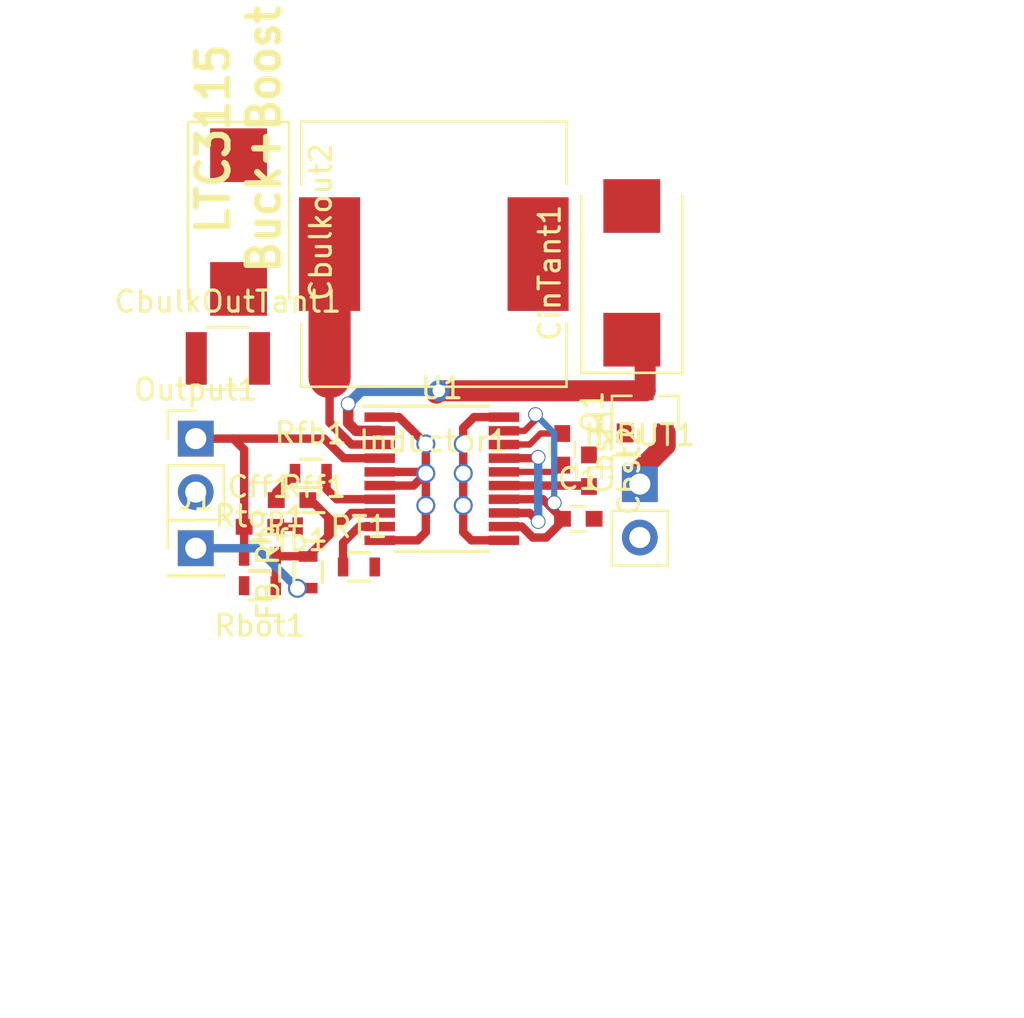
<source format=kicad_pcb>
(kicad_pcb (version 4) (host pcbnew 4.0.5)

  (general
    (links 43)
    (no_connects 15)
    (area 0 0 0 0)
    (thickness 1.6)
    (drawings 3)
    (tracks 111)
    (zones 0)
    (modules 20)
    (nets 16)
  )

  (page A4)
  (layers
    (0 F.Cu signal)
    (1 In1.Cu signal)
    (2 In2.Cu signal)
    (31 B.Cu signal)
    (32 B.Adhes user)
    (33 F.Adhes user)
    (34 B.Paste user)
    (35 F.Paste user)
    (36 B.SilkS user)
    (37 F.SilkS user)
    (38 B.Mask user)
    (39 F.Mask user)
    (40 Dwgs.User user)
    (41 Cmts.User user)
    (42 Eco1.User user)
    (43 Eco2.User user)
    (44 Edge.Cuts user)
    (45 Margin user)
    (46 B.CrtYd user)
    (47 F.CrtYd user)
    (48 B.Fab user)
    (49 F.Fab user)
  )

  (setup
    (last_trace_width 0.5)
    (user_trace_width 0.3)
    (user_trace_width 0.4)
    (user_trace_width 0.5)
    (user_trace_width 0.6)
    (user_trace_width 1)
    (user_trace_width 2)
    (trace_clearance 0.16)
    (zone_clearance 0.5)
    (zone_45_only no)
    (trace_min 0.2)
    (segment_width 0.2)
    (edge_width 0.15)
    (via_size 0.7)
    (via_drill 0.6)
    (via_min_size 0.3)
    (via_min_drill 0.3)
    (uvia_size 0.3)
    (uvia_drill 0.1)
    (uvias_allowed no)
    (uvia_min_size 0.2)
    (uvia_min_drill 0.1)
    (pcb_text_width 0.3)
    (pcb_text_size 1.5 1.5)
    (mod_edge_width 0.15)
    (mod_text_size 1 1)
    (mod_text_width 0.15)
    (pad_size 1.524 1.524)
    (pad_drill 0.762)
    (pad_to_mask_clearance 0.2)
    (aux_axis_origin 0 0)
    (visible_elements 7FFFFF9F)
    (pcbplotparams
      (layerselection 0x00030_80000001)
      (usegerberextensions false)
      (excludeedgelayer true)
      (linewidth 0.100000)
      (plotframeref false)
      (viasonmask false)
      (mode 1)
      (useauxorigin false)
      (hpglpennumber 1)
      (hpglpenspeed 20)
      (hpglpendiameter 15)
      (hpglpenoverlay 2)
      (psnegative false)
      (psa4output false)
      (plotreference true)
      (plotvalue true)
      (plotinvisibletext false)
      (padsonsilk false)
      (subtractmaskfromsilk false)
      (outputformat 1)
      (mirror false)
      (drillshape 1)
      (scaleselection 1)
      (outputdirectory ""))
  )

  (net 0 "")
  (net 1 "Net-(C1-Pad1)")
  (net 2 GND)
  (net 3 "Net-(Cbst1-Pad1)")
  (net 4 "Net-(Cbst1-Pad2)")
  (net 5 "Net-(Cbst2-Pad1)")
  (net 6 "Net-(Cbst2-Pad2)")
  (net 7 "Net-(CbulkOutTant1-Pad2)")
  (net 8 "Net-(Cfb1-Pad1)")
  (net 9 "Net-(Cfb1-Pad2)")
  (net 10 "Net-(Cff1-Pad2)")
  (net 11 /VIN)
  (net 12 "Net-(Rfb1-Pad2)")
  (net 13 "Net-(RT1-Pad1)")
  (net 14 "Net-(FB_R1-Pad1)")
  (net 15 "Net-(INPUT1-Pad1)")

  (net_class Default "This is the default net class."
    (clearance 0.16)
    (trace_width 0.4)
    (via_dia 0.7)
    (via_drill 0.6)
    (uvia_dia 0.3)
    (uvia_drill 0.1)
    (add_net /VIN)
    (add_net GND)
    (add_net "Net-(C1-Pad1)")
    (add_net "Net-(Cbst1-Pad1)")
    (add_net "Net-(Cbst1-Pad2)")
    (add_net "Net-(Cbst2-Pad1)")
    (add_net "Net-(Cbst2-Pad2)")
    (add_net "Net-(CbulkOutTant1-Pad2)")
    (add_net "Net-(Cfb1-Pad1)")
    (add_net "Net-(Cfb1-Pad2)")
    (add_net "Net-(Cff1-Pad2)")
    (add_net "Net-(FB_R1-Pad1)")
    (add_net "Net-(INPUT1-Pad1)")
    (add_net "Net-(RT1-Pad1)")
    (add_net "Net-(Rfb1-Pad2)")
  )

  (module Inductors_SMD:L_12x12mm_h4.5mm (layer F.Cu) (tedit 587CD9F6) (tstamp 59427CA7)
    (at 141.097 120.65 180)
    (descr "Choke, SMD, 12x12mm 4.5mm height")
    (tags "Choke SMD")
    (path /5942754A)
    (attr smd)
    (fp_text reference Inductor1 (at 0 -8.89 180) (layer F.SilkS)
      (effects (font (size 1 1) (thickness 0.15)))
    )
    (fp_text value 10uH (at 0 8.89 180) (layer F.Fab)
      (effects (font (size 1 1) (thickness 0.15)))
    )
    (fp_line (start 6.3 3.3) (end 6.3 6.3) (layer F.SilkS) (width 0.12))
    (fp_line (start 6.3 6.3) (end -6.3 6.3) (layer F.SilkS) (width 0.12))
    (fp_line (start -6.3 6.3) (end -6.3 3.3) (layer F.SilkS) (width 0.12))
    (fp_line (start -6.3 -3.3) (end -6.3 -6.3) (layer F.SilkS) (width 0.12))
    (fp_line (start -6.3 -6.3) (end 6.3 -6.3) (layer F.SilkS) (width 0.12))
    (fp_line (start 6.3 -6.3) (end 6.3 -3.3) (layer F.SilkS) (width 0.12))
    (fp_line (start -6.86 -6.6) (end 6.86 -6.6) (layer F.CrtYd) (width 0.05))
    (fp_line (start 6.86 -6.6) (end 6.86 6.6) (layer F.CrtYd) (width 0.05))
    (fp_line (start 6.86 6.6) (end -6.86 6.6) (layer F.CrtYd) (width 0.05))
    (fp_line (start -6.86 6.6) (end -6.86 -6.6) (layer F.CrtYd) (width 0.05))
    (fp_line (start 4.9 3.3) (end 5 3.4) (layer F.Fab) (width 0.1))
    (fp_line (start 5 3.4) (end 5.1 3.8) (layer F.Fab) (width 0.1))
    (fp_line (start 5.1 3.8) (end 5 4.3) (layer F.Fab) (width 0.1))
    (fp_line (start 5 4.3) (end 4.8 4.6) (layer F.Fab) (width 0.1))
    (fp_line (start 4.8 4.6) (end 4.5 5) (layer F.Fab) (width 0.1))
    (fp_line (start 4.5 5) (end 4 5.1) (layer F.Fab) (width 0.1))
    (fp_line (start 4 5.1) (end 3.5 5) (layer F.Fab) (width 0.1))
    (fp_line (start 3.5 5) (end 3.1 4.7) (layer F.Fab) (width 0.1))
    (fp_line (start 3.1 4.7) (end 3 4.6) (layer F.Fab) (width 0.1))
    (fp_line (start 3 4.6) (end 2.4 5) (layer F.Fab) (width 0.1))
    (fp_line (start 2.4 5) (end 1.6 5.3) (layer F.Fab) (width 0.1))
    (fp_line (start 1.6 5.3) (end 0.6 5.5) (layer F.Fab) (width 0.1))
    (fp_line (start 0.6 5.5) (end -0.6 5.5) (layer F.Fab) (width 0.1))
    (fp_line (start -0.6 5.5) (end -1.5 5.3) (layer F.Fab) (width 0.1))
    (fp_line (start -1.5 5.3) (end -2.1 5.1) (layer F.Fab) (width 0.1))
    (fp_line (start -2.1 5.1) (end -2.6 4.9) (layer F.Fab) (width 0.1))
    (fp_line (start -2.6 4.9) (end -3 4.7) (layer F.Fab) (width 0.1))
    (fp_line (start -3 4.7) (end -3.3 4.9) (layer F.Fab) (width 0.1))
    (fp_line (start -3.3 4.9) (end -3.9 5.1) (layer F.Fab) (width 0.1))
    (fp_line (start -3.9 5.1) (end -4.3 5) (layer F.Fab) (width 0.1))
    (fp_line (start -4.3 5) (end -4.6 4.8) (layer F.Fab) (width 0.1))
    (fp_line (start -4.6 4.8) (end -4.9 4.6) (layer F.Fab) (width 0.1))
    (fp_line (start -4.9 4.6) (end -5.1 4.1) (layer F.Fab) (width 0.1))
    (fp_line (start -5.1 4.1) (end -5 3.6) (layer F.Fab) (width 0.1))
    (fp_line (start -5 3.6) (end -4.8 3.2) (layer F.Fab) (width 0.1))
    (fp_line (start 4.9 -3.3) (end 5 -3.6) (layer F.Fab) (width 0.1))
    (fp_line (start 5 -3.6) (end 5.1 -4) (layer F.Fab) (width 0.1))
    (fp_line (start 5.1 -4) (end 5 -4.3) (layer F.Fab) (width 0.1))
    (fp_line (start 5 -4.3) (end 4.8 -4.7) (layer F.Fab) (width 0.1))
    (fp_line (start 4.8 -4.7) (end 4.5 -4.9) (layer F.Fab) (width 0.1))
    (fp_line (start 4.5 -4.9) (end 4.2 -5.1) (layer F.Fab) (width 0.1))
    (fp_line (start 4.2 -5.1) (end 3.9 -5.1) (layer F.Fab) (width 0.1))
    (fp_line (start 3.9 -5.1) (end 3.6 -5) (layer F.Fab) (width 0.1))
    (fp_line (start 3.6 -5) (end 3.3 -4.9) (layer F.Fab) (width 0.1))
    (fp_line (start 3.3 -4.9) (end 3 -4.6) (layer F.Fab) (width 0.1))
    (fp_line (start 3 -4.6) (end 2.6 -4.9) (layer F.Fab) (width 0.1))
    (fp_line (start 2.6 -4.9) (end 2.2 -5.1) (layer F.Fab) (width 0.1))
    (fp_line (start 2.2 -5.1) (end 1.7 -5.3) (layer F.Fab) (width 0.1))
    (fp_line (start 1.7 -5.3) (end 0.9 -5.5) (layer F.Fab) (width 0.1))
    (fp_line (start 0.9 -5.5) (end 0 -5.6) (layer F.Fab) (width 0.1))
    (fp_line (start 0 -5.6) (end -0.8 -5.5) (layer F.Fab) (width 0.1))
    (fp_line (start -0.8 -5.5) (end -1.7 -5.3) (layer F.Fab) (width 0.1))
    (fp_line (start -1.7 -5.3) (end -2.6 -4.9) (layer F.Fab) (width 0.1))
    (fp_line (start -2.6 -4.9) (end -3 -4.7) (layer F.Fab) (width 0.1))
    (fp_line (start -3 -4.7) (end -3.3 -4.9) (layer F.Fab) (width 0.1))
    (fp_line (start -3.3 -4.9) (end -3.7 -5.1) (layer F.Fab) (width 0.1))
    (fp_line (start -3.7 -5.1) (end -4.2 -5) (layer F.Fab) (width 0.1))
    (fp_line (start -4.2 -5) (end -4.6 -4.8) (layer F.Fab) (width 0.1))
    (fp_line (start -4.6 -4.8) (end -4.9 -4.5) (layer F.Fab) (width 0.1))
    (fp_line (start -4.9 -4.5) (end -5.1 -4) (layer F.Fab) (width 0.1))
    (fp_line (start -5.1 -4) (end -5 -3.5) (layer F.Fab) (width 0.1))
    (fp_line (start -5 -3.5) (end -4.8 -3.2) (layer F.Fab) (width 0.1))
    (fp_line (start -6.2 3.3) (end -6.2 6.2) (layer F.Fab) (width 0.1))
    (fp_line (start -6.2 6.2) (end 6.2 6.2) (layer F.Fab) (width 0.1))
    (fp_line (start 6.2 6.2) (end 6.2 3.3) (layer F.Fab) (width 0.1))
    (fp_line (start 6.2 -6.2) (end -6.2 -6.2) (layer F.Fab) (width 0.1))
    (fp_line (start -6.2 -6.2) (end -6.2 -3.3) (layer F.Fab) (width 0.1))
    (fp_line (start 6.2 -6.2) (end 6.2 -3.3) (layer F.Fab) (width 0.1))
    (fp_circle (center 0 0) (end 0.9 0) (layer F.Adhes) (width 0.38))
    (fp_circle (center 0 0) (end 0.55 0) (layer F.Adhes) (width 0.38))
    (fp_circle (center 0 0) (end 0.15 0.15) (layer F.Adhes) (width 0.38))
    (fp_circle (center -2.1 3) (end -1.8 3.25) (layer F.Fab) (width 0.1))
    (pad 1 smd rect (at -4.95 0 180) (size 2.9 5.4) (layers F.Cu F.Paste F.Mask)
      (net 3 "Net-(Cbst1-Pad1)"))
    (pad 2 smd rect (at 4.95 0 180) (size 2.9 5.4) (layers F.Cu F.Paste F.Mask)
      (net 5 "Net-(Cbst2-Pad1)"))
    (model Inductors_SMD.3dshapes\L_12x12mm_h4.5mm.wrl
      (at (xyz 0 0 0))
      (scale (xyz 4 4 4))
      (rotate (xyz 0 0 0))
    )
  )

  (module Housings_SSOP:TSSOP-20_4.4x6.5mm_Pitch0.65mm (layer F.Cu) (tedit 54130A77) (tstamp 59427ADA)
    (at 141.478 131.318)
    (descr "20-Lead Plastic Thin Shrink Small Outline (ST)-4.4 mm Body [TSSOP] (see Microchip Packaging Specification 00000049BS.pdf)")
    (tags "SSOP 0.65")
    (path /57BF2B04)
    (attr smd)
    (fp_text reference U1 (at 0 -4.3) (layer F.SilkS)
      (effects (font (size 1 1) (thickness 0.15)))
    )
    (fp_text value LTC3115 (at 0 4.3) (layer F.Fab)
      (effects (font (size 1 1) (thickness 0.15)))
    )
    (fp_line (start -1.2 -3.25) (end 2.2 -3.25) (layer F.Fab) (width 0.15))
    (fp_line (start 2.2 -3.25) (end 2.2 3.25) (layer F.Fab) (width 0.15))
    (fp_line (start 2.2 3.25) (end -2.2 3.25) (layer F.Fab) (width 0.15))
    (fp_line (start -2.2 3.25) (end -2.2 -2.25) (layer F.Fab) (width 0.15))
    (fp_line (start -2.2 -2.25) (end -1.2 -3.25) (layer F.Fab) (width 0.15))
    (fp_line (start -3.95 -3.55) (end -3.95 3.55) (layer F.CrtYd) (width 0.05))
    (fp_line (start 3.95 -3.55) (end 3.95 3.55) (layer F.CrtYd) (width 0.05))
    (fp_line (start -3.95 -3.55) (end 3.95 -3.55) (layer F.CrtYd) (width 0.05))
    (fp_line (start -3.95 3.55) (end 3.95 3.55) (layer F.CrtYd) (width 0.05))
    (fp_line (start -2.225 3.45) (end 2.225 3.45) (layer F.SilkS) (width 0.15))
    (fp_line (start -3.75 -3.45) (end 2.225 -3.45) (layer F.SilkS) (width 0.15))
    (pad 1 smd rect (at -2.95 -2.925) (size 1.45 0.45) (layers F.Cu F.Paste F.Mask)
      (net 2 GND))
    (pad 2 smd rect (at -2.95 -2.275) (size 1.45 0.45) (layers F.Cu F.Paste F.Mask)
      (net 11 /VIN))
    (pad 3 smd rect (at -2.95 -1.625) (size 1.45 0.45) (layers F.Cu F.Paste F.Mask)
      (net 5 "Net-(Cbst2-Pad1)"))
    (pad 4 smd rect (at -2.95 -0.975) (size 1.45 0.45) (layers F.Cu F.Paste F.Mask)
      (net 7 "Net-(CbulkOutTant1-Pad2)"))
    (pad 5 smd rect (at -2.95 -0.325) (size 1.45 0.45) (layers F.Cu F.Paste F.Mask)
      (net 2 GND))
    (pad 6 smd rect (at -2.95 0.325) (size 1.45 0.45) (layers F.Cu F.Paste F.Mask)
      (net 2 GND))
    (pad 7 smd rect (at -2.95 0.975) (size 1.45 0.45) (layers F.Cu F.Paste F.Mask)
      (net 12 "Net-(Rfb1-Pad2)"))
    (pad 8 smd rect (at -2.95 1.625) (size 1.45 0.45) (layers F.Cu F.Paste F.Mask)
      (net 8 "Net-(Cfb1-Pad1)"))
    (pad 9 smd rect (at -2.95 2.275) (size 1.45 0.45) (layers F.Cu F.Paste F.Mask)
      (net 13 "Net-(RT1-Pad1)"))
    (pad 10 smd rect (at -2.95 2.925) (size 1.45 0.45) (layers F.Cu F.Paste F.Mask)
      (net 2 GND))
    (pad 11 smd rect (at 2.95 2.925) (size 1.45 0.45) (layers F.Cu F.Paste F.Mask)
      (net 2 GND))
    (pad 12 smd rect (at 2.95 2.275) (size 1.45 0.45) (layers F.Cu F.Paste F.Mask)
      (net 1 "Net-(C1-Pad1)"))
    (pad 13 smd rect (at 2.95 1.625) (size 1.45 0.45) (layers F.Cu F.Paste F.Mask)
      (net 11 /VIN))
    (pad 14 smd rect (at 2.95 0.975) (size 1.45 0.45) (layers F.Cu F.Paste F.Mask)
      (net 1 "Net-(C1-Pad1)"))
    (pad 15 smd rect (at 2.95 0.325) (size 1.45 0.45) (layers F.Cu F.Paste F.Mask)
      (net 6 "Net-(Cbst2-Pad2)"))
    (pad 16 smd rect (at 2.95 -0.325) (size 1.45 0.45) (layers F.Cu F.Paste F.Mask)
      (net 4 "Net-(Cbst1-Pad2)"))
    (pad 17 smd rect (at 2.95 -0.975) (size 1.45 0.45) (layers F.Cu F.Paste F.Mask)
      (net 11 /VIN))
    (pad 18 smd rect (at 2.95 -1.625) (size 1.45 0.45) (layers F.Cu F.Paste F.Mask)
      (net 3 "Net-(Cbst1-Pad1)"))
    (pad 19 smd rect (at 2.95 -2.275) (size 1.45 0.45) (layers F.Cu F.Paste F.Mask)
      (net 1 "Net-(C1-Pad1)"))
    (pad 20 smd rect (at 2.95 -2.925) (size 1.45 0.45) (layers F.Cu F.Paste F.Mask)
      (net 2 GND))
    (model Housings_SSOP.3dshapes/TSSOP-20_4.4x6.5mm_Pitch0.65mm.wrl
      (at (xyz 0 0 0))
      (scale (xyz 1 1 1))
      (rotate (xyz 0 0 0))
    )
  )

  (module Capacitors_Tantalum_SMD:CP_Tantalum_Case-D_EIA-7343-31_Reflow (layer F.Cu) (tedit 57B6E980) (tstamp 59427A6E)
    (at 131.826 119.126 270)
    (descr "Tantalum capacitor, Case D, EIA 7343-31, 7.3x4.3x2.8mm, Reflow soldering footprint")
    (tags "capacitor tantalum smd")
    (path /59428654)
    (attr smd)
    (fp_text reference Cbulkout2 (at 0 -3.9 270) (layer F.SilkS)
      (effects (font (size 1 1) (thickness 0.15)))
    )
    (fp_text value 68u (at 0 3.9 270) (layer F.Fab)
      (effects (font (size 1 1) (thickness 0.15)))
    )
    (fp_line (start -4.85 -2.5) (end -4.85 2.5) (layer F.CrtYd) (width 0.05))
    (fp_line (start -4.85 2.5) (end 4.85 2.5) (layer F.CrtYd) (width 0.05))
    (fp_line (start 4.85 2.5) (end 4.85 -2.5) (layer F.CrtYd) (width 0.05))
    (fp_line (start 4.85 -2.5) (end -4.85 -2.5) (layer F.CrtYd) (width 0.05))
    (fp_line (start -3.65 -2.15) (end -3.65 2.15) (layer F.Fab) (width 0.1))
    (fp_line (start -3.65 2.15) (end 3.65 2.15) (layer F.Fab) (width 0.1))
    (fp_line (start 3.65 2.15) (end 3.65 -2.15) (layer F.Fab) (width 0.1))
    (fp_line (start 3.65 -2.15) (end -3.65 -2.15) (layer F.Fab) (width 0.1))
    (fp_line (start -2.92 -2.15) (end -2.92 2.15) (layer F.Fab) (width 0.1))
    (fp_line (start -2.555 -2.15) (end -2.555 2.15) (layer F.Fab) (width 0.1))
    (fp_line (start -4.75 -2.4) (end 3.65 -2.4) (layer F.SilkS) (width 0.12))
    (fp_line (start -4.75 2.4) (end 3.65 2.4) (layer F.SilkS) (width 0.12))
    (fp_line (start -4.75 -2.4) (end -4.75 2.4) (layer F.SilkS) (width 0.12))
    (pad 1 smd rect (at -3.175 0 270) (size 2.55 2.7) (layers F.Cu F.Paste F.Mask)
      (net 2 GND))
    (pad 2 smd rect (at 3.175 0 270) (size 2.55 2.7) (layers F.Cu F.Paste F.Mask)
      (net 7 "Net-(CbulkOutTant1-Pad2)"))
    (model Capacitors_Tantalum_SMD.3dshapes/CP_Tantalum_Case-D_EIA-7343-31.wrl
      (at (xyz 0 0 0))
      (scale (xyz 1 1 1))
      (rotate (xyz 0 0 0))
    )
  )

  (module Capacitors_Tantalum_SMD:CP_Tantalum_Case-D_EIA-7343-31_Reflow (layer F.Cu) (tedit 57B6E980) (tstamp 59427A8C)
    (at 150.495 121.539 90)
    (descr "Tantalum capacitor, Case D, EIA 7343-31, 7.3x4.3x2.8mm, Reflow soldering footprint")
    (tags "capacitor tantalum smd")
    (path /59427365)
    (attr smd)
    (fp_text reference CinTant1 (at 0 -3.9 90) (layer F.SilkS)
      (effects (font (size 1 1) (thickness 0.15)))
    )
    (fp_text value 68uF (at 0 3.9 90) (layer F.Fab)
      (effects (font (size 1 1) (thickness 0.15)))
    )
    (fp_line (start -4.85 -2.5) (end -4.85 2.5) (layer F.CrtYd) (width 0.05))
    (fp_line (start -4.85 2.5) (end 4.85 2.5) (layer F.CrtYd) (width 0.05))
    (fp_line (start 4.85 2.5) (end 4.85 -2.5) (layer F.CrtYd) (width 0.05))
    (fp_line (start 4.85 -2.5) (end -4.85 -2.5) (layer F.CrtYd) (width 0.05))
    (fp_line (start -3.65 -2.15) (end -3.65 2.15) (layer F.Fab) (width 0.1))
    (fp_line (start -3.65 2.15) (end 3.65 2.15) (layer F.Fab) (width 0.1))
    (fp_line (start 3.65 2.15) (end 3.65 -2.15) (layer F.Fab) (width 0.1))
    (fp_line (start 3.65 -2.15) (end -3.65 -2.15) (layer F.Fab) (width 0.1))
    (fp_line (start -2.92 -2.15) (end -2.92 2.15) (layer F.Fab) (width 0.1))
    (fp_line (start -2.555 -2.15) (end -2.555 2.15) (layer F.Fab) (width 0.1))
    (fp_line (start -4.75 -2.4) (end 3.65 -2.4) (layer F.SilkS) (width 0.12))
    (fp_line (start -4.75 2.4) (end 3.65 2.4) (layer F.SilkS) (width 0.12))
    (fp_line (start -4.75 -2.4) (end -4.75 2.4) (layer F.SilkS) (width 0.12))
    (pad 1 smd rect (at -3.175 0 90) (size 2.55 2.7) (layers F.Cu F.Paste F.Mask)
      (net 11 /VIN))
    (pad 2 smd rect (at 3.175 0 90) (size 2.55 2.7) (layers F.Cu F.Paste F.Mask)
      (net 2 GND))
    (model Capacitors_Tantalum_SMD.3dshapes/CP_Tantalum_Case-D_EIA-7343-31.wrl
      (at (xyz 0 0 0))
      (scale (xyz 1 1 1))
      (rotate (xyz 0 0 0))
    )
  )

  (module Socket_Strips:Socket_Strip_Straight_1x02_Pitch2.54mm (layer F.Cu) (tedit 59428BFA) (tstamp 59427A98)
    (at 150.876 131.572)
    (descr "Through hole straight socket strip, 1x02, 2.54mm pitch, single row")
    (tags "Through hole socket strip THT 1x02 2.54mm single row")
    (path /59427249)
    (fp_text reference INPUT1 (at 0 -2.33) (layer F.SilkS)
      (effects (font (size 1 1) (thickness 0.15)))
    )
    (fp_text value CONN_01X02 (at 0 4.87) (layer F.Fab)
      (effects (font (size 1 1) (thickness 0.15)))
    )
    (fp_line (start -1.27 -1.27) (end -1.27 3.81) (layer F.Fab) (width 0.1))
    (fp_line (start -1.27 3.81) (end 1.27 3.81) (layer F.Fab) (width 0.1))
    (fp_line (start 1.27 3.81) (end 1.27 -1.27) (layer F.Fab) (width 0.1))
    (fp_line (start 1.27 -1.27) (end -1.27 -1.27) (layer F.Fab) (width 0.1))
    (fp_line (start -1.33 1.27) (end -1.33 3.87) (layer F.SilkS) (width 0.12))
    (fp_line (start -1.33 3.87) (end 1.33 3.87) (layer F.SilkS) (width 0.12))
    (fp_line (start 1.33 3.87) (end 1.33 1.27) (layer F.SilkS) (width 0.12))
    (fp_line (start 1.33 1.27) (end -1.33 1.27) (layer F.SilkS) (width 0.12))
    (fp_line (start -1.33 0) (end -1.33 -1.33) (layer F.SilkS) (width 0.12))
    (fp_line (start -1.33 -1.33) (end 0 -1.33) (layer F.SilkS) (width 0.12))
    (fp_line (start -1.8 -1.8) (end -1.8 4.35) (layer F.CrtYd) (width 0.05))
    (fp_line (start -1.8 4.35) (end 1.8 4.35) (layer F.CrtYd) (width 0.05))
    (fp_line (start 1.8 4.35) (end 1.8 -1.8) (layer F.CrtYd) (width 0.05))
    (fp_line (start 1.8 -1.8) (end -1.8 -1.8) (layer F.CrtYd) (width 0.05))
    (fp_text user %R (at -0.2032 -3.4544) (layer F.Fab)
      (effects (font (size 1 1) (thickness 0.15)))
    )
    (pad 1 thru_hole rect (at 0 0) (size 1.7 1.7) (drill 1) (layers *.Cu *.Mask)
      (net 15 "Net-(INPUT1-Pad1)"))
    (pad 2 thru_hole oval (at 0 2.54) (size 1.7 1.7) (drill 1) (layers *.Cu *.Mask)
      (net 2 GND))
    (model ${KISYS3DMOD}/Socket_Strips.3dshapes/Socket_Strip_Straight_1x02_Pitch2.54mm.wrl
      (at (xyz 0 -0.05 0))
      (scale (xyz 1 1 1))
      (rotate (xyz 0 0 270))
    )
  )

  (module Socket_Strips:Socket_Strip_Straight_1x02_Pitch2.54mm (layer F.Cu) (tedit 59428BD5) (tstamp 59427A9E)
    (at 129.794 129.413)
    (descr "Through hole straight socket strip, 1x02, 2.54mm pitch, single row")
    (tags "Through hole socket strip THT 1x02 2.54mm single row")
    (path /5942AB0A)
    (fp_text reference Output1 (at 0 -2.33) (layer F.SilkS)
      (effects (font (size 1 1) (thickness 0.15)))
    )
    (fp_text value CONN_01X02 (at 0 4.87) (layer F.Fab)
      (effects (font (size 1 1) (thickness 0.15)))
    )
    (fp_line (start -1.27 -1.27) (end -1.27 3.81) (layer F.Fab) (width 0.1))
    (fp_line (start -1.27 3.81) (end 1.27 3.81) (layer F.Fab) (width 0.1))
    (fp_line (start 1.27 3.81) (end 1.27 -1.27) (layer F.Fab) (width 0.1))
    (fp_line (start 1.27 -1.27) (end -1.27 -1.27) (layer F.Fab) (width 0.1))
    (fp_line (start -1.33 1.27) (end -1.33 3.87) (layer F.SilkS) (width 0.12))
    (fp_line (start -1.33 3.87) (end 1.33 3.87) (layer F.SilkS) (width 0.12))
    (fp_line (start 1.33 3.87) (end 1.33 1.27) (layer F.SilkS) (width 0.12))
    (fp_line (start 1.33 1.27) (end -1.33 1.27) (layer F.SilkS) (width 0.12))
    (fp_line (start -1.33 0) (end -1.33 -1.33) (layer F.SilkS) (width 0.12))
    (fp_line (start -1.33 -1.33) (end 0 -1.33) (layer F.SilkS) (width 0.12))
    (fp_line (start -1.8 -1.8) (end -1.8 4.35) (layer F.CrtYd) (width 0.05))
    (fp_line (start -1.8 4.35) (end 1.8 4.35) (layer F.CrtYd) (width 0.05))
    (fp_line (start 1.8 4.35) (end 1.8 -1.8) (layer F.CrtYd) (width 0.05))
    (fp_line (start 1.8 -1.8) (end -1.8 -1.8) (layer F.CrtYd) (width 0.05))
    (fp_text user %R (at -0.9144 5.2324 180) (layer F.Fab)
      (effects (font (size 1 1) (thickness 0.15)))
    )
    (pad 1 thru_hole rect (at 0 0) (size 1.7 1.7) (drill 1) (layers *.Cu *.Mask)
      (net 7 "Net-(CbulkOutTant1-Pad2)"))
    (pad 2 thru_hole oval (at 0 2.54) (size 1.7 1.7) (drill 1) (layers *.Cu *.Mask)
      (net 2 GND))
    (model ${KISYS3DMOD}/Socket_Strips.3dshapes/Socket_Strip_Straight_1x02_Pitch2.54mm.wrl
      (at (xyz 0 -0.05 0))
      (scale (xyz 1 1 1))
      (rotate (xyz 0 0 270))
    )
  )

  (module Socket_Strips:Socket_Strip_Straight_1x01_Pitch2.54mm (layer F.Cu) (tedit 58CD5446) (tstamp 5942D348)
    (at 129.794 134.62)
    (descr "Through hole straight socket strip, 1x01, 2.54mm pitch, single row")
    (tags "Through hole socket strip THT 1x01 2.54mm single row")
    (path /5942D439)
    (fp_text reference J1 (at 0 -2.33) (layer F.SilkS)
      (effects (font (size 1 1) (thickness 0.15)))
    )
    (fp_text value CONN_01X01 (at 0 2.33) (layer F.Fab)
      (effects (font (size 1 1) (thickness 0.15)))
    )
    (fp_line (start -1.27 -1.27) (end -1.27 1.27) (layer F.Fab) (width 0.1))
    (fp_line (start -1.27 1.27) (end 1.27 1.27) (layer F.Fab) (width 0.1))
    (fp_line (start 1.27 1.27) (end 1.27 -1.27) (layer F.Fab) (width 0.1))
    (fp_line (start 1.27 -1.27) (end -1.27 -1.27) (layer F.Fab) (width 0.1))
    (fp_line (start -1.33 1.27) (end -1.33 1.33) (layer F.SilkS) (width 0.12))
    (fp_line (start -1.33 1.33) (end 1.33 1.33) (layer F.SilkS) (width 0.12))
    (fp_line (start 1.33 1.33) (end 1.33 1.27) (layer F.SilkS) (width 0.12))
    (fp_line (start 1.33 1.27) (end -1.33 1.27) (layer F.SilkS) (width 0.12))
    (fp_line (start -1.33 0) (end -1.33 -1.33) (layer F.SilkS) (width 0.12))
    (fp_line (start -1.33 -1.33) (end 0 -1.33) (layer F.SilkS) (width 0.12))
    (fp_line (start -1.8 -1.8) (end -1.8 1.8) (layer F.CrtYd) (width 0.05))
    (fp_line (start -1.8 1.8) (end 1.8 1.8) (layer F.CrtYd) (width 0.05))
    (fp_line (start 1.8 1.8) (end 1.8 -1.8) (layer F.CrtYd) (width 0.05))
    (fp_line (start 1.8 -1.8) (end -1.8 -1.8) (layer F.CrtYd) (width 0.05))
    (fp_text user %R (at 0 -2.33) (layer F.Fab)
      (effects (font (size 1 1) (thickness 0.15)))
    )
    (pad 1 thru_hole rect (at 0 0) (size 1.7 1.7) (drill 1) (layers *.Cu *.Mask)
      (net 14 "Net-(FB_R1-Pad1)"))
    (model ${KISYS3DMOD}/Socket_Strips.3dshapes/Socket_Strip_Straight_1x01_Pitch2.54mm.wrl
      (at (xyz 0 0 0))
      (scale (xyz 1 1 1))
      (rotate (xyz 0 0 270))
    )
  )

  (module Resistors_SMD:R_0603 (layer F.Cu) (tedit 58307A47) (tstamp 59CD427D)
    (at 135.128 135.763 90)
    (descr "Resistor SMD 0603, reflow soldering, Vishay (see dcrcw.pdf)")
    (tags "resistor 0603")
    (path /59CD6D61)
    (attr smd)
    (fp_text reference FB_R1 (at 0 -1.9 90) (layer F.SilkS)
      (effects (font (size 1 1) (thickness 0.15)))
    )
    (fp_text value 50k (at 0 1.9 90) (layer F.Fab)
      (effects (font (size 1 1) (thickness 0.15)))
    )
    (fp_line (start -0.8 0.4) (end -0.8 -0.4) (layer F.Fab) (width 0.1))
    (fp_line (start 0.8 0.4) (end -0.8 0.4) (layer F.Fab) (width 0.1))
    (fp_line (start 0.8 -0.4) (end 0.8 0.4) (layer F.Fab) (width 0.1))
    (fp_line (start -0.8 -0.4) (end 0.8 -0.4) (layer F.Fab) (width 0.1))
    (fp_line (start -1.3 -0.8) (end 1.3 -0.8) (layer F.CrtYd) (width 0.05))
    (fp_line (start -1.3 0.8) (end 1.3 0.8) (layer F.CrtYd) (width 0.05))
    (fp_line (start -1.3 -0.8) (end -1.3 0.8) (layer F.CrtYd) (width 0.05))
    (fp_line (start 1.3 -0.8) (end 1.3 0.8) (layer F.CrtYd) (width 0.05))
    (fp_line (start 0.5 0.675) (end -0.5 0.675) (layer F.SilkS) (width 0.15))
    (fp_line (start -0.5 -0.675) (end 0.5 -0.675) (layer F.SilkS) (width 0.15))
    (pad 1 smd rect (at -0.75 0 90) (size 0.5 0.9) (layers F.Cu F.Paste F.Mask)
      (net 14 "Net-(FB_R1-Pad1)"))
    (pad 2 smd rect (at 0.75 0 90) (size 0.5 0.9) (layers F.Cu F.Paste F.Mask)
      (net 8 "Net-(Cfb1-Pad1)"))
    (model Resistors_SMD.3dshapes/R_0603.wrl
      (at (xyz 0 0 0))
      (scale (xyz 1 1 1))
      (rotate (xyz 0 0 0))
    )
  )

  (module TO_SOT_Packages_SMD:SOT-23 (layer F.Cu) (tedit 5883B105) (tstamp 59CD4284)
    (at 151.13 128.143 90)
    (descr "SOT-23, Standard")
    (tags SOT-23)
    (path /59CD960F)
    (attr smd)
    (fp_text reference Q1 (at 0 -2.5 90) (layer F.SilkS)
      (effects (font (size 1 1) (thickness 0.15)))
    )
    (fp_text value Q_PMOS_GDS (at 0 2.5 90) (layer F.Fab)
      (effects (font (size 1 1) (thickness 0.15)))
    )
    (fp_line (start -0.7 -0.95) (end -0.7 1.5) (layer F.Fab) (width 0.1))
    (fp_line (start -0.15 -1.52) (end 0.7 -1.52) (layer F.Fab) (width 0.1))
    (fp_line (start -0.7 -0.95) (end -0.15 -1.52) (layer F.Fab) (width 0.1))
    (fp_line (start 0.7 -1.52) (end 0.7 1.52) (layer F.Fab) (width 0.1))
    (fp_line (start -0.7 1.52) (end 0.7 1.52) (layer F.Fab) (width 0.1))
    (fp_line (start 0.76 1.58) (end 0.76 0.65) (layer F.SilkS) (width 0.12))
    (fp_line (start 0.76 -1.58) (end 0.76 -0.65) (layer F.SilkS) (width 0.12))
    (fp_line (start -1.7 -1.75) (end 1.7 -1.75) (layer F.CrtYd) (width 0.05))
    (fp_line (start 1.7 -1.75) (end 1.7 1.75) (layer F.CrtYd) (width 0.05))
    (fp_line (start 1.7 1.75) (end -1.7 1.75) (layer F.CrtYd) (width 0.05))
    (fp_line (start -1.7 1.75) (end -1.7 -1.75) (layer F.CrtYd) (width 0.05))
    (fp_line (start 0.76 -1.58) (end -1.4 -1.58) (layer F.SilkS) (width 0.12))
    (fp_line (start 0.76 1.58) (end -0.7 1.58) (layer F.SilkS) (width 0.12))
    (pad 1 smd rect (at -1 -0.95 90) (size 0.9 0.8) (layers F.Cu F.Paste F.Mask)
      (net 2 GND))
    (pad 2 smd rect (at -1 0.95 90) (size 0.9 0.8) (layers F.Cu F.Paste F.Mask)
      (net 15 "Net-(INPUT1-Pad1)"))
    (pad 3 smd rect (at 1 0 90) (size 0.9 0.8) (layers F.Cu F.Paste F.Mask)
      (net 11 /VIN))
    (model TO_SOT_Packages_SMD.3dshapes/SOT-23.wrl
      (at (xyz 0 0 0))
      (scale (xyz 1 1 1))
      (rotate (xyz 0 0 90))
    )
  )

  (module Capacitors_SMD:C_0603 (layer F.Cu) (tedit 5415D631) (tstamp 59CD42D6)
    (at 147.955 133.223)
    (descr "Capacitor SMD 0603, reflow soldering, AVX (see smccp.pdf)")
    (tags "capacitor 0603")
    (path /594273B9)
    (attr smd)
    (fp_text reference C1 (at 0 -1.9) (layer F.SilkS)
      (effects (font (size 1 1) (thickness 0.15)))
    )
    (fp_text value 4.7u (at 0 1.9) (layer F.Fab)
      (effects (font (size 1 1) (thickness 0.15)))
    )
    (fp_line (start -0.8 0.4) (end -0.8 -0.4) (layer F.Fab) (width 0.1))
    (fp_line (start 0.8 0.4) (end -0.8 0.4) (layer F.Fab) (width 0.1))
    (fp_line (start 0.8 -0.4) (end 0.8 0.4) (layer F.Fab) (width 0.1))
    (fp_line (start -0.8 -0.4) (end 0.8 -0.4) (layer F.Fab) (width 0.1))
    (fp_line (start -1.45 -0.75) (end 1.45 -0.75) (layer F.CrtYd) (width 0.05))
    (fp_line (start -1.45 0.75) (end 1.45 0.75) (layer F.CrtYd) (width 0.05))
    (fp_line (start -1.45 -0.75) (end -1.45 0.75) (layer F.CrtYd) (width 0.05))
    (fp_line (start 1.45 -0.75) (end 1.45 0.75) (layer F.CrtYd) (width 0.05))
    (fp_line (start -0.35 -0.6) (end 0.35 -0.6) (layer F.SilkS) (width 0.12))
    (fp_line (start 0.35 0.6) (end -0.35 0.6) (layer F.SilkS) (width 0.12))
    (pad 1 smd rect (at -0.75 0) (size 0.8 0.75) (layers F.Cu F.Paste F.Mask)
      (net 1 "Net-(C1-Pad1)"))
    (pad 2 smd rect (at 0.75 0) (size 0.8 0.75) (layers F.Cu F.Paste F.Mask)
      (net 2 GND))
    (model Capacitors_SMD.3dshapes/C_0603.wrl
      (at (xyz 0 0 0))
      (scale (xyz 1 1 1))
      (rotate (xyz 0 0 0))
    )
  )

  (module Capacitors_SMD:C_0603 (layer F.Cu) (tedit 5415D631) (tstamp 59CD42DC)
    (at 147.193 129.921 270)
    (descr "Capacitor SMD 0603, reflow soldering, AVX (see smccp.pdf)")
    (tags "capacitor 0603")
    (path /5942800D)
    (attr smd)
    (fp_text reference Cbst1 (at 0 -1.9 270) (layer F.SilkS)
      (effects (font (size 1 1) (thickness 0.15)))
    )
    (fp_text value .1u (at 0 1.9 270) (layer F.Fab)
      (effects (font (size 1 1) (thickness 0.15)))
    )
    (fp_line (start -0.8 0.4) (end -0.8 -0.4) (layer F.Fab) (width 0.1))
    (fp_line (start 0.8 0.4) (end -0.8 0.4) (layer F.Fab) (width 0.1))
    (fp_line (start 0.8 -0.4) (end 0.8 0.4) (layer F.Fab) (width 0.1))
    (fp_line (start -0.8 -0.4) (end 0.8 -0.4) (layer F.Fab) (width 0.1))
    (fp_line (start -1.45 -0.75) (end 1.45 -0.75) (layer F.CrtYd) (width 0.05))
    (fp_line (start -1.45 0.75) (end 1.45 0.75) (layer F.CrtYd) (width 0.05))
    (fp_line (start -1.45 -0.75) (end -1.45 0.75) (layer F.CrtYd) (width 0.05))
    (fp_line (start 1.45 -0.75) (end 1.45 0.75) (layer F.CrtYd) (width 0.05))
    (fp_line (start -0.35 -0.6) (end 0.35 -0.6) (layer F.SilkS) (width 0.12))
    (fp_line (start 0.35 0.6) (end -0.35 0.6) (layer F.SilkS) (width 0.12))
    (pad 1 smd rect (at -0.75 0 270) (size 0.8 0.75) (layers F.Cu F.Paste F.Mask)
      (net 3 "Net-(Cbst1-Pad1)"))
    (pad 2 smd rect (at 0.75 0 270) (size 0.8 0.75) (layers F.Cu F.Paste F.Mask)
      (net 4 "Net-(Cbst1-Pad2)"))
    (model Capacitors_SMD.3dshapes/C_0603.wrl
      (at (xyz 0 0 0))
      (scale (xyz 1 1 1))
      (rotate (xyz 0 0 0))
    )
  )

  (module Capacitors_SMD:C_0603 (layer F.Cu) (tedit 5415D631) (tstamp 59CD42E2)
    (at 148.463 130.937 270)
    (descr "Capacitor SMD 0603, reflow soldering, AVX (see smccp.pdf)")
    (tags "capacitor 0603")
    (path /5942804A)
    (attr smd)
    (fp_text reference Cbst2 (at 0 -1.9 270) (layer F.SilkS)
      (effects (font (size 1 1) (thickness 0.15)))
    )
    (fp_text value .1u (at 0 1.9 270) (layer F.Fab)
      (effects (font (size 1 1) (thickness 0.15)))
    )
    (fp_line (start -0.8 0.4) (end -0.8 -0.4) (layer F.Fab) (width 0.1))
    (fp_line (start 0.8 0.4) (end -0.8 0.4) (layer F.Fab) (width 0.1))
    (fp_line (start 0.8 -0.4) (end 0.8 0.4) (layer F.Fab) (width 0.1))
    (fp_line (start -0.8 -0.4) (end 0.8 -0.4) (layer F.Fab) (width 0.1))
    (fp_line (start -1.45 -0.75) (end 1.45 -0.75) (layer F.CrtYd) (width 0.05))
    (fp_line (start -1.45 0.75) (end 1.45 0.75) (layer F.CrtYd) (width 0.05))
    (fp_line (start -1.45 -0.75) (end -1.45 0.75) (layer F.CrtYd) (width 0.05))
    (fp_line (start 1.45 -0.75) (end 1.45 0.75) (layer F.CrtYd) (width 0.05))
    (fp_line (start -0.35 -0.6) (end 0.35 -0.6) (layer F.SilkS) (width 0.12))
    (fp_line (start 0.35 0.6) (end -0.35 0.6) (layer F.SilkS) (width 0.12))
    (pad 1 smd rect (at -0.75 0 270) (size 0.8 0.75) (layers F.Cu F.Paste F.Mask)
      (net 5 "Net-(Cbst2-Pad1)"))
    (pad 2 smd rect (at 0.75 0 270) (size 0.8 0.75) (layers F.Cu F.Paste F.Mask)
      (net 6 "Net-(Cbst2-Pad2)"))
    (model Capacitors_SMD.3dshapes/C_0603.wrl
      (at (xyz 0 0 0))
      (scale (xyz 1 1 1))
      (rotate (xyz 0 0 0))
    )
  )

  (module Capacitors_SMD:C_1210 (layer F.Cu) (tedit 5415D85D) (tstamp 59CD42E8)
    (at 131.318 125.603)
    (descr "Capacitor SMD 1210, reflow soldering, AVX (see smccp.pdf)")
    (tags "capacitor 1210")
    (path /5942A09E)
    (attr smd)
    (fp_text reference CbulkOutTant1 (at 0 -2.7) (layer F.SilkS)
      (effects (font (size 1 1) (thickness 0.15)))
    )
    (fp_text value 68u (at 0 2.7) (layer F.Fab)
      (effects (font (size 1 1) (thickness 0.15)))
    )
    (fp_line (start -1.6 1.25) (end -1.6 -1.25) (layer F.Fab) (width 0.1))
    (fp_line (start 1.6 1.25) (end -1.6 1.25) (layer F.Fab) (width 0.1))
    (fp_line (start 1.6 -1.25) (end 1.6 1.25) (layer F.Fab) (width 0.1))
    (fp_line (start -1.6 -1.25) (end 1.6 -1.25) (layer F.Fab) (width 0.1))
    (fp_line (start -2.3 -1.6) (end 2.3 -1.6) (layer F.CrtYd) (width 0.05))
    (fp_line (start -2.3 1.6) (end 2.3 1.6) (layer F.CrtYd) (width 0.05))
    (fp_line (start -2.3 -1.6) (end -2.3 1.6) (layer F.CrtYd) (width 0.05))
    (fp_line (start 2.3 -1.6) (end 2.3 1.6) (layer F.CrtYd) (width 0.05))
    (fp_line (start 1 -1.475) (end -1 -1.475) (layer F.SilkS) (width 0.12))
    (fp_line (start -1 1.475) (end 1 1.475) (layer F.SilkS) (width 0.12))
    (pad 1 smd rect (at -1.5 0) (size 1 2.5) (layers F.Cu F.Paste F.Mask)
      (net 2 GND))
    (pad 2 smd rect (at 1.5 0) (size 1 2.5) (layers F.Cu F.Paste F.Mask)
      (net 7 "Net-(CbulkOutTant1-Pad2)"))
    (model Capacitors_SMD.3dshapes/C_1210.wrl
      (at (xyz 0 0 0))
      (scale (xyz 1 1 1))
      (rotate (xyz 0 0 0))
    )
  )

  (module Capacitors_SMD:C_0603 (layer F.Cu) (tedit 5415D631) (tstamp 59CD42EE)
    (at 134.366 132.334 180)
    (descr "Capacitor SMD 0603, reflow soldering, AVX (see smccp.pdf)")
    (tags "capacitor 0603")
    (path /59428720)
    (attr smd)
    (fp_text reference Cfb1 (at 0 -1.9 180) (layer F.SilkS)
      (effects (font (size 1 1) (thickness 0.15)))
    )
    (fp_text value 33n (at 0 1.9 180) (layer F.Fab)
      (effects (font (size 1 1) (thickness 0.15)))
    )
    (fp_line (start -0.8 0.4) (end -0.8 -0.4) (layer F.Fab) (width 0.1))
    (fp_line (start 0.8 0.4) (end -0.8 0.4) (layer F.Fab) (width 0.1))
    (fp_line (start 0.8 -0.4) (end 0.8 0.4) (layer F.Fab) (width 0.1))
    (fp_line (start -0.8 -0.4) (end 0.8 -0.4) (layer F.Fab) (width 0.1))
    (fp_line (start -1.45 -0.75) (end 1.45 -0.75) (layer F.CrtYd) (width 0.05))
    (fp_line (start -1.45 0.75) (end 1.45 0.75) (layer F.CrtYd) (width 0.05))
    (fp_line (start -1.45 -0.75) (end -1.45 0.75) (layer F.CrtYd) (width 0.05))
    (fp_line (start 1.45 -0.75) (end 1.45 0.75) (layer F.CrtYd) (width 0.05))
    (fp_line (start -0.35 -0.6) (end 0.35 -0.6) (layer F.SilkS) (width 0.12))
    (fp_line (start 0.35 0.6) (end -0.35 0.6) (layer F.SilkS) (width 0.12))
    (pad 1 smd rect (at -0.75 0 180) (size 0.8 0.75) (layers F.Cu F.Paste F.Mask)
      (net 8 "Net-(Cfb1-Pad1)"))
    (pad 2 smd rect (at 0.75 0 180) (size 0.8 0.75) (layers F.Cu F.Paste F.Mask)
      (net 9 "Net-(Cfb1-Pad2)"))
    (model Capacitors_SMD.3dshapes/C_0603.wrl
      (at (xyz 0 0 0))
      (scale (xyz 1 1 1))
      (rotate (xyz 0 0 0))
    )
  )

  (module Capacitors_SMD:C_0603 (layer F.Cu) (tedit 5415D631) (tstamp 59CD42F4)
    (at 132.842 133.604)
    (descr "Capacitor SMD 0603, reflow soldering, AVX (see smccp.pdf)")
    (tags "capacitor 0603")
    (path /594286AF)
    (attr smd)
    (fp_text reference Cff1 (at 0 -1.9) (layer F.SilkS)
      (effects (font (size 1 1) (thickness 0.15)))
    )
    (fp_text value 50pf (at 0 1.9) (layer F.Fab)
      (effects (font (size 1 1) (thickness 0.15)))
    )
    (fp_line (start -0.8 0.4) (end -0.8 -0.4) (layer F.Fab) (width 0.1))
    (fp_line (start 0.8 0.4) (end -0.8 0.4) (layer F.Fab) (width 0.1))
    (fp_line (start 0.8 -0.4) (end 0.8 0.4) (layer F.Fab) (width 0.1))
    (fp_line (start -0.8 -0.4) (end 0.8 -0.4) (layer F.Fab) (width 0.1))
    (fp_line (start -1.45 -0.75) (end 1.45 -0.75) (layer F.CrtYd) (width 0.05))
    (fp_line (start -1.45 0.75) (end 1.45 0.75) (layer F.CrtYd) (width 0.05))
    (fp_line (start -1.45 -0.75) (end -1.45 0.75) (layer F.CrtYd) (width 0.05))
    (fp_line (start 1.45 -0.75) (end 1.45 0.75) (layer F.CrtYd) (width 0.05))
    (fp_line (start -0.35 -0.6) (end 0.35 -0.6) (layer F.SilkS) (width 0.12))
    (fp_line (start 0.35 0.6) (end -0.35 0.6) (layer F.SilkS) (width 0.12))
    (pad 1 smd rect (at -0.75 0) (size 0.8 0.75) (layers F.Cu F.Paste F.Mask)
      (net 7 "Net-(CbulkOutTant1-Pad2)"))
    (pad 2 smd rect (at 0.75 0) (size 0.8 0.75) (layers F.Cu F.Paste F.Mask)
      (net 10 "Net-(Cff1-Pad2)"))
    (model Capacitors_SMD.3dshapes/C_0603.wrl
      (at (xyz 0 0 0))
      (scale (xyz 1 1 1))
      (rotate (xyz 0 0 0))
    )
  )

  (module Resistors_SMD:R_0603 (layer F.Cu) (tedit 58307A47) (tstamp 59CD42FA)
    (at 132.842 136.398 180)
    (descr "Resistor SMD 0603, reflow soldering, Vishay (see dcrcw.pdf)")
    (tags "resistor 0603")
    (path /594284AA)
    (attr smd)
    (fp_text reference Rbot1 (at 0 -1.9 180) (layer F.SilkS)
      (effects (font (size 1 1) (thickness 0.15)))
    )
    (fp_text value 20k (at 0 1.9 180) (layer F.Fab)
      (effects (font (size 1 1) (thickness 0.15)))
    )
    (fp_line (start -0.8 0.4) (end -0.8 -0.4) (layer F.Fab) (width 0.1))
    (fp_line (start 0.8 0.4) (end -0.8 0.4) (layer F.Fab) (width 0.1))
    (fp_line (start 0.8 -0.4) (end 0.8 0.4) (layer F.Fab) (width 0.1))
    (fp_line (start -0.8 -0.4) (end 0.8 -0.4) (layer F.Fab) (width 0.1))
    (fp_line (start -1.3 -0.8) (end 1.3 -0.8) (layer F.CrtYd) (width 0.05))
    (fp_line (start -1.3 0.8) (end 1.3 0.8) (layer F.CrtYd) (width 0.05))
    (fp_line (start -1.3 -0.8) (end -1.3 0.8) (layer F.CrtYd) (width 0.05))
    (fp_line (start 1.3 -0.8) (end 1.3 0.8) (layer F.CrtYd) (width 0.05))
    (fp_line (start 0.5 0.675) (end -0.5 0.675) (layer F.SilkS) (width 0.15))
    (fp_line (start -0.5 -0.675) (end 0.5 -0.675) (layer F.SilkS) (width 0.15))
    (pad 1 smd rect (at -0.75 0 180) (size 0.5 0.9) (layers F.Cu F.Paste F.Mask)
      (net 8 "Net-(Cfb1-Pad1)"))
    (pad 2 smd rect (at 0.75 0 180) (size 0.5 0.9) (layers F.Cu F.Paste F.Mask)
      (net 2 GND))
    (model Resistors_SMD.3dshapes/R_0603.wrl
      (at (xyz 0 0 0))
      (scale (xyz 1 1 1))
      (rotate (xyz 0 0 0))
    )
  )

  (module Resistors_SMD:R_0603 (layer F.Cu) (tedit 58307A47) (tstamp 59CD4300)
    (at 135.255 131.064)
    (descr "Resistor SMD 0603, reflow soldering, Vishay (see dcrcw.pdf)")
    (tags "resistor 0603")
    (path /5942852A)
    (attr smd)
    (fp_text reference Rfb1 (at 0 -1.9) (layer F.SilkS)
      (effects (font (size 1 1) (thickness 0.15)))
    )
    (fp_text value 13.7k (at 0 1.9) (layer F.Fab)
      (effects (font (size 1 1) (thickness 0.15)))
    )
    (fp_line (start -0.8 0.4) (end -0.8 -0.4) (layer F.Fab) (width 0.1))
    (fp_line (start 0.8 0.4) (end -0.8 0.4) (layer F.Fab) (width 0.1))
    (fp_line (start 0.8 -0.4) (end 0.8 0.4) (layer F.Fab) (width 0.1))
    (fp_line (start -0.8 -0.4) (end 0.8 -0.4) (layer F.Fab) (width 0.1))
    (fp_line (start -1.3 -0.8) (end 1.3 -0.8) (layer F.CrtYd) (width 0.05))
    (fp_line (start -1.3 0.8) (end 1.3 0.8) (layer F.CrtYd) (width 0.05))
    (fp_line (start -1.3 -0.8) (end -1.3 0.8) (layer F.CrtYd) (width 0.05))
    (fp_line (start 1.3 -0.8) (end 1.3 0.8) (layer F.CrtYd) (width 0.05))
    (fp_line (start 0.5 0.675) (end -0.5 0.675) (layer F.SilkS) (width 0.15))
    (fp_line (start -0.5 -0.675) (end 0.5 -0.675) (layer F.SilkS) (width 0.15))
    (pad 1 smd rect (at -0.75 0) (size 0.5 0.9) (layers F.Cu F.Paste F.Mask)
      (net 9 "Net-(Cfb1-Pad2)"))
    (pad 2 smd rect (at 0.75 0) (size 0.5 0.9) (layers F.Cu F.Paste F.Mask)
      (net 12 "Net-(Rfb1-Pad2)"))
    (model Resistors_SMD.3dshapes/R_0603.wrl
      (at (xyz 0 0 0))
      (scale (xyz 1 1 1))
      (rotate (xyz 0 0 0))
    )
  )

  (module Resistors_SMD:R_0603 (layer F.Cu) (tedit 58307A47) (tstamp 59CD4306)
    (at 135.382 133.604)
    (descr "Resistor SMD 0603, reflow soldering, Vishay (see dcrcw.pdf)")
    (tags "resistor 0603")
    (path /594284DE)
    (attr smd)
    (fp_text reference Rff1 (at 0 -1.9) (layer F.SilkS)
      (effects (font (size 1 1) (thickness 0.15)))
    )
    (fp_text value 50k (at 0 1.9) (layer F.Fab)
      (effects (font (size 1 1) (thickness 0.15)))
    )
    (fp_line (start -0.8 0.4) (end -0.8 -0.4) (layer F.Fab) (width 0.1))
    (fp_line (start 0.8 0.4) (end -0.8 0.4) (layer F.Fab) (width 0.1))
    (fp_line (start 0.8 -0.4) (end 0.8 0.4) (layer F.Fab) (width 0.1))
    (fp_line (start -0.8 -0.4) (end 0.8 -0.4) (layer F.Fab) (width 0.1))
    (fp_line (start -1.3 -0.8) (end 1.3 -0.8) (layer F.CrtYd) (width 0.05))
    (fp_line (start -1.3 0.8) (end 1.3 0.8) (layer F.CrtYd) (width 0.05))
    (fp_line (start -1.3 -0.8) (end -1.3 0.8) (layer F.CrtYd) (width 0.05))
    (fp_line (start 1.3 -0.8) (end 1.3 0.8) (layer F.CrtYd) (width 0.05))
    (fp_line (start 0.5 0.675) (end -0.5 0.675) (layer F.SilkS) (width 0.15))
    (fp_line (start -0.5 -0.675) (end 0.5 -0.675) (layer F.SilkS) (width 0.15))
    (pad 1 smd rect (at -0.75 0) (size 0.5 0.9) (layers F.Cu F.Paste F.Mask)
      (net 10 "Net-(Cff1-Pad2)"))
    (pad 2 smd rect (at 0.75 0) (size 0.5 0.9) (layers F.Cu F.Paste F.Mask)
      (net 8 "Net-(Cfb1-Pad1)"))
    (model Resistors_SMD.3dshapes/R_0603.wrl
      (at (xyz 0 0 0))
      (scale (xyz 1 1 1))
      (rotate (xyz 0 0 0))
    )
  )

  (module Resistors_SMD:R_0603 (layer F.Cu) (tedit 58307A47) (tstamp 59CD430C)
    (at 137.541 135.509)
    (descr "Resistor SMD 0603, reflow soldering, Vishay (see dcrcw.pdf)")
    (tags "resistor 0603")
    (path /594283FE)
    (attr smd)
    (fp_text reference RT1 (at 0 -1.9) (layer F.SilkS)
      (effects (font (size 1 1) (thickness 0.15)))
    )
    (fp_text value 80.6k (at 0 1.9) (layer F.Fab)
      (effects (font (size 1 1) (thickness 0.15)))
    )
    (fp_line (start -0.8 0.4) (end -0.8 -0.4) (layer F.Fab) (width 0.1))
    (fp_line (start 0.8 0.4) (end -0.8 0.4) (layer F.Fab) (width 0.1))
    (fp_line (start 0.8 -0.4) (end 0.8 0.4) (layer F.Fab) (width 0.1))
    (fp_line (start -0.8 -0.4) (end 0.8 -0.4) (layer F.Fab) (width 0.1))
    (fp_line (start -1.3 -0.8) (end 1.3 -0.8) (layer F.CrtYd) (width 0.05))
    (fp_line (start -1.3 0.8) (end 1.3 0.8) (layer F.CrtYd) (width 0.05))
    (fp_line (start -1.3 -0.8) (end -1.3 0.8) (layer F.CrtYd) (width 0.05))
    (fp_line (start 1.3 -0.8) (end 1.3 0.8) (layer F.CrtYd) (width 0.05))
    (fp_line (start 0.5 0.675) (end -0.5 0.675) (layer F.SilkS) (width 0.15))
    (fp_line (start -0.5 -0.675) (end 0.5 -0.675) (layer F.SilkS) (width 0.15))
    (pad 1 smd rect (at -0.75 0) (size 0.5 0.9) (layers F.Cu F.Paste F.Mask)
      (net 13 "Net-(RT1-Pad1)"))
    (pad 2 smd rect (at 0.75 0) (size 0.5 0.9) (layers F.Cu F.Paste F.Mask)
      (net 2 GND))
    (model Resistors_SMD.3dshapes/R_0603.wrl
      (at (xyz 0 0 0))
      (scale (xyz 1 1 1))
      (rotate (xyz 0 0 0))
    )
  )

  (module Resistors_SMD:R_0603 (layer F.Cu) (tedit 58307A47) (tstamp 59CD4312)
    (at 132.842 135.001)
    (descr "Resistor SMD 0603, reflow soldering, Vishay (see dcrcw.pdf)")
    (tags "resistor 0603")
    (path /59428462)
    (attr smd)
    (fp_text reference Rtop1 (at 0 -1.9) (layer F.SilkS)
      (effects (font (size 1 1) (thickness 0.15)))
    )
    (fp_text value 100k (at 0 1.9) (layer F.Fab)
      (effects (font (size 1 1) (thickness 0.15)))
    )
    (fp_line (start -0.8 0.4) (end -0.8 -0.4) (layer F.Fab) (width 0.1))
    (fp_line (start 0.8 0.4) (end -0.8 0.4) (layer F.Fab) (width 0.1))
    (fp_line (start 0.8 -0.4) (end 0.8 0.4) (layer F.Fab) (width 0.1))
    (fp_line (start -0.8 -0.4) (end 0.8 -0.4) (layer F.Fab) (width 0.1))
    (fp_line (start -1.3 -0.8) (end 1.3 -0.8) (layer F.CrtYd) (width 0.05))
    (fp_line (start -1.3 0.8) (end 1.3 0.8) (layer F.CrtYd) (width 0.05))
    (fp_line (start -1.3 -0.8) (end -1.3 0.8) (layer F.CrtYd) (width 0.05))
    (fp_line (start 1.3 -0.8) (end 1.3 0.8) (layer F.CrtYd) (width 0.05))
    (fp_line (start 0.5 0.675) (end -0.5 0.675) (layer F.SilkS) (width 0.15))
    (fp_line (start -0.5 -0.675) (end 0.5 -0.675) (layer F.SilkS) (width 0.15))
    (pad 1 smd rect (at -0.75 0) (size 0.5 0.9) (layers F.Cu F.Paste F.Mask)
      (net 7 "Net-(CbulkOutTant1-Pad2)"))
    (pad 2 smd rect (at 0.75 0) (size 0.5 0.9) (layers F.Cu F.Paste F.Mask)
      (net 8 "Net-(Cfb1-Pad1)"))
    (model Resistors_SMD.3dshapes/R_0603.wrl
      (at (xyz 0 0 0))
      (scale (xyz 1 1 1))
      (rotate (xyz 0 0 0))
    )
  )

  (dimension 33.02 (width 0.3) (layer Dwgs.User)
    (gr_text "33.020 mm" (at 166.45 127 90) (layer Dwgs.User)
      (effects (font (size 1.5 1.5) (thickness 0.3)))
    )
    (feature1 (pts (xy 156.21 110.49) (xy 167.8 110.49)))
    (feature2 (pts (xy 156.21 143.51) (xy 167.8 143.51)))
    (crossbar (pts (xy 165.1 143.51) (xy 165.1 110.49)))
    (arrow1a (pts (xy 165.1 110.49) (xy 165.686421 111.616504)))
    (arrow1b (pts (xy 165.1 110.49) (xy 164.513579 111.616504)))
    (arrow2a (pts (xy 165.1 143.51) (xy 165.686421 142.383496)))
    (arrow2b (pts (xy 165.1 143.51) (xy 164.513579 142.383496)))
  )
  (dimension 33.02 (width 0.3) (layer Dwgs.User)
    (gr_text "33.020 mm" (at 137.16 157.56) (layer Dwgs.User)
      (effects (font (size 1.5 1.5) (thickness 0.3)))
    )
    (feature1 (pts (xy 153.67 147.32) (xy 153.67 158.91)))
    (feature2 (pts (xy 120.65 147.32) (xy 120.65 158.91)))
    (crossbar (pts (xy 120.65 156.21) (xy 153.67 156.21)))
    (arrow1a (pts (xy 153.67 156.21) (xy 152.543496 156.796421)))
    (arrow1b (pts (xy 153.67 156.21) (xy 152.543496 155.623579)))
    (arrow2a (pts (xy 120.65 156.21) (xy 121.776504 156.796421)))
    (arrow2b (pts (xy 120.65 156.21) (xy 121.776504 155.623579)))
  )
  (gr_text "LTC3115\nBuck+Boost" (at 131.826 115.189 90) (layer F.SilkS)
    (effects (font (size 1.5 1.4) (thickness 0.3)))
  )

  (segment (start 144.428 129.043) (end 145.404 129.043) (width 0.3) (layer F.Cu) (net 1))
  (segment (start 146.8815 132.5305) (end 146.8815 132.8995) (width 0.3) (layer F.Cu) (net 1) (tstamp 59D20522))
  (segment (start 146.812 132.461) (end 146.8815 132.5305) (width 0.3) (layer F.Cu) (net 1) (tstamp 59D20521))
  (via (at 146.812 132.461) (size 0.7) (drill 0.6) (layers F.Cu B.Cu) (net 1))
  (segment (start 146.812 129.159) (end 146.812 132.461) (width 0.3) (layer B.Cu) (net 1) (tstamp 59D2051A))
  (segment (start 145.923 128.27) (end 146.812 129.159) (width 0.3) (layer B.Cu) (net 1) (tstamp 59D20519))
  (via (at 145.923 128.27) (size 0.7) (drill 0.6) (layers F.Cu B.Cu) (net 1))
  (segment (start 145.923 128.524) (end 145.923 128.27) (width 0.3) (layer F.Cu) (net 1) (tstamp 59D20516))
  (segment (start 145.404 129.043) (end 145.923 128.524) (width 0.3) (layer F.Cu) (net 1) (tstamp 59D20510))
  (segment (start 146.8815 132.8995) (end 147.205 133.223) (width 0.3) (layer F.Cu) (net 1) (tstamp 59D20524))
  (segment (start 144.428 132.293) (end 146.275 132.293) (width 0.4) (layer F.Cu) (net 1))
  (segment (start 146.275 132.293) (end 147.205 133.223) (width 0.4) (layer F.Cu) (net 1) (tstamp 59D204A1))
  (segment (start 144.428 133.593) (end 145.277 133.593) (width 0.4) (layer F.Cu) (net 1))
  (segment (start 146.431 134.112) (end 147.205 133.338) (width 0.4) (layer F.Cu) (net 1) (tstamp 59D20494))
  (segment (start 145.796 134.112) (end 146.431 134.112) (width 0.4) (layer F.Cu) (net 1) (tstamp 59D20493))
  (segment (start 145.277 133.593) (end 145.796 134.112) (width 0.4) (layer F.Cu) (net 1) (tstamp 59D20491))
  (segment (start 147.205 133.338) (end 147.205 133.223) (width 0.4) (layer F.Cu) (net 1) (tstamp 59D20495))
  (segment (start 140.716 131.064) (end 140.716 129.667) (width 0.4) (layer F.Cu) (net 2))
  (segment (start 139.442 128.393) (end 138.528 128.393) (width 0.4) (layer F.Cu) (net 2))
  (segment (start 140.716 129.667) (end 139.442 128.393) (width 0.4) (layer F.Cu) (net 2) (tstamp 595C8FB1))
  (via (at 140.716 129.667) (size 0.9) (drill 0.7) (layers F.Cu B.Cu) (net 2))
  (via (at 140.716 131.064) (size 0.9) (drill 0.7) (layers F.Cu B.Cu) (net 2))
  (segment (start 138.528 134.243) (end 140.331 134.243) (width 0.4) (layer F.Cu) (net 2))
  (via (at 140.716 132.588) (size 0.9) (drill 0.7) (layers F.Cu B.Cu) (net 2))
  (segment (start 140.645 130.993) (end 140.716 131.064) (width 0.4) (layer F.Cu) (net 2) (tstamp 595C8DA1))
  (segment (start 140.645 130.993) (end 138.528 130.993) (width 0.4) (layer F.Cu) (net 2))
  (segment (start 138.528 131.643) (end 140.137 131.643) (width 0.4) (layer F.Cu) (net 2))
  (segment (start 140.137 131.643) (end 140.716 131.064) (width 0.4) (layer F.Cu) (net 2) (tstamp 595C8DAC))
  (segment (start 140.716 132.588) (end 140.716 131.064) (width 0.4) (layer F.Cu) (net 2))
  (segment (start 140.716 133.858) (end 140.716 132.588) (width 0.4) (layer F.Cu) (net 2) (tstamp 59CCCE6A))
  (segment (start 140.331 134.243) (end 140.716 133.858) (width 0.4) (layer F.Cu) (net 2) (tstamp 59CCCE69))
  (segment (start 144.428 134.243) (end 142.879 134.243) (width 0.4) (layer F.Cu) (net 2))
  (via (at 142.494 132.588) (size 0.9) (drill 0.7) (layers F.Cu B.Cu) (net 2))
  (segment (start 142.494 131.064) (end 142.494 129.667) (width 0.4) (layer F.Cu) (net 2))
  (segment (start 143.006 128.393) (end 144.428 128.393) (width 0.4) (layer F.Cu) (net 2))
  (segment (start 143.006 128.393) (end 142.494 128.905) (width 0.4) (layer F.Cu) (net 2) (tstamp 595C8DC5))
  (segment (start 142.494 129.667) (end 142.494 128.905) (width 0.4) (layer F.Cu) (net 2) (tstamp 595C8DC7))
  (via (at 142.494 129.667) (size 0.9) (drill 0.7) (layers F.Cu B.Cu) (net 2))
  (via (at 142.494 131.064) (size 0.9) (drill 0.7) (layers F.Cu B.Cu) (net 2))
  (segment (start 142.494 132.588) (end 142.494 131.064) (width 0.4) (layer F.Cu) (net 2))
  (segment (start 142.494 133.858) (end 142.494 132.588) (width 0.4) (layer F.Cu) (net 2) (tstamp 59CCCE65))
  (segment (start 142.879 134.243) (end 142.494 133.858) (width 0.4) (layer F.Cu) (net 2) (tstamp 59CCCE64))
  (segment (start 138.561 134.243) (end 138.528 134.243) (width 0.4) (layer F.Cu) (net 2) (tstamp 59428A78))
  (segment (start 144.428 129.693) (end 145.643 129.693) (width 0.3) (layer F.Cu) (net 3))
  (segment (start 146.165 129.171) (end 147.193 129.171) (width 0.3) (layer F.Cu) (net 3) (tstamp 59D20526))
  (segment (start 145.643 129.693) (end 146.165 129.171) (width 0.3) (layer F.Cu) (net 3) (tstamp 59D20525))
  (segment (start 144.428 130.993) (end 146.871 130.993) (width 0.3) (layer F.Cu) (net 4))
  (segment (start 146.871 130.993) (end 147.193 130.671) (width 0.3) (layer F.Cu) (net 4) (tstamp 59D204FC))
  (segment (start 136.147 120.65) (end 136.147 126.489) (width 2) (layer F.Cu) (net 5))
  (segment (start 138.528 129.693) (end 137.186 129.693) (width 0.4) (layer F.Cu) (net 5))
  (segment (start 136.147 128.654) (end 136.147 126.489) (width 0.4) (layer F.Cu) (net 5) (tstamp 59D200FE))
  (segment (start 137.186 129.693) (end 136.147 128.654) (width 0.4) (layer F.Cu) (net 5) (tstamp 59D200FD))
  (segment (start 136.147 126.489) (end 136.147 120.65) (width 0.4) (layer F.Cu) (net 5) (tstamp 59D20153))
  (segment (start 144.428 131.643) (end 148.419 131.643) (width 0.4) (layer F.Cu) (net 6))
  (segment (start 148.419 131.643) (end 148.463 131.687) (width 0.4) (layer F.Cu) (net 6) (tstamp 59D20486))
  (segment (start 132.092 133.604) (end 132.092 129.933) (width 0.4) (layer F.Cu) (net 7))
  (segment (start 132.092 129.933) (end 131.572 129.413) (width 0.4) (layer F.Cu) (net 7) (tstamp 59D201F4))
  (segment (start 138.528 130.343) (end 136.82 130.343) (width 0.4) (layer F.Cu) (net 7))
  (segment (start 136.82 130.343) (end 135.89 129.413) (width 0.4) (layer F.Cu) (net 7) (tstamp 59D201F0))
  (segment (start 135.89 129.413) (end 131.572 129.413) (width 0.4) (layer F.Cu) (net 7) (tstamp 59D201F1))
  (segment (start 131.572 129.413) (end 129.794 129.413) (width 0.4) (layer F.Cu) (net 7) (tstamp 59D201F7))
  (segment (start 132.092 135.001) (end 132.092 133.604) (width 0.4) (layer F.Cu) (net 7))
  (segment (start 136.132 133.604) (end 136.132 133.211) (width 0.4) (layer F.Cu) (net 8))
  (segment (start 136.132 133.211) (end 135.255 132.334) (width 0.4) (layer F.Cu) (net 8) (tstamp 59D1FFD5))
  (segment (start 135.255 132.334) (end 135.116 132.334) (width 0.4) (layer F.Cu) (net 8) (tstamp 59D1FFD6))
  (segment (start 133.592 136.398) (end 133.592 135.001) (width 0.4) (layer F.Cu) (net 8))
  (segment (start 133.592 135.001) (end 135.116 135.001) (width 0.4) (layer F.Cu) (net 8))
  (segment (start 135.116 135.001) (end 135.128 135.013) (width 0.4) (layer F.Cu) (net 8) (tstamp 59D1FF68))
  (segment (start 138.528 132.943) (end 137.186 132.943) (width 0.4) (layer F.Cu) (net 8))
  (segment (start 136.386 133.35) (end 136.132 133.604) (width 0.4) (layer F.Cu) (net 8) (tstamp 59D1FF65))
  (segment (start 136.779 133.35) (end 136.386 133.35) (width 0.4) (layer F.Cu) (net 8) (tstamp 59D1FF64))
  (segment (start 137.186 132.943) (end 136.779 133.35) (width 0.4) (layer F.Cu) (net 8) (tstamp 59D1FF63))
  (segment (start 135.128 135.013) (end 135.128 135.001) (width 0.4) (layer F.Cu) (net 8))
  (segment (start 135.128 135.001) (end 136.132 133.997) (width 0.4) (layer F.Cu) (net 8) (tstamp 59D1FF5E))
  (segment (start 136.132 133.997) (end 136.132 133.604) (width 0.4) (layer F.Cu) (net 8) (tstamp 59D1FF60))
  (segment (start 133.616 132.334) (end 133.616 131.953) (width 0.4) (layer F.Cu) (net 9))
  (segment (start 133.616 131.953) (end 134.505 131.064) (width 0.4) (layer F.Cu) (net 9) (tstamp 59D1FFDD))
  (segment (start 133.592 133.604) (end 134.632 133.604) (width 0.4) (layer F.Cu) (net 10))
  (segment (start 138.528 129.043) (end 137.398674 129.043) (width 0.5) (layer F.Cu) (net 11))
  (segment (start 137.398674 129.043) (end 137.033 128.677326) (width 0.5) (layer F.Cu) (net 11) (tstamp 59D20590))
  (segment (start 137.033 128.677326) (end 137.033 127.762) (width 0.5) (layer F.Cu) (net 11) (tstamp 59D20591))
  (via (at 137.033 127.762) (size 0.7) (drill 0.6) (layers F.Cu B.Cu) (net 11))
  (segment (start 137.033 127.762) (end 137.652 127.143) (width 0.5) (layer B.Cu) (net 11) (tstamp 59D20594))
  (segment (start 137.652 127.143) (end 141.335 127.143) (width 0.5) (layer B.Cu) (net 11) (tstamp 59D20595))
  (via (at 141.335 127.143) (size 0.7) (drill 0.6) (layers F.Cu B.Cu) (net 11))
  (segment (start 141.335 127.143) (end 141.351 127.127) (width 1) (layer B.Cu) (net 11) (tstamp 59D20587))
  (segment (start 151.13 127.143) (end 141.335 127.143) (width 1) (layer F.Cu) (net 11))
  (segment (start 141.335 127.143) (end 141.224 127.254) (width 1) (layer F.Cu) (net 11) (tstamp 59D2057E))
  (segment (start 151.13 127.143) (end 151.13 125.349) (width 1) (layer F.Cu) (net 11))
  (segment (start 151.13 125.349) (end 150.495 124.714) (width 1) (layer F.Cu) (net 11) (tstamp 59D2056C))
  (segment (start 144.428 132.943) (end 145.643 132.943) (width 0.4) (layer F.Cu) (net 11))
  (segment (start 146.05 133.35) (end 146.05 130.302) (width 0.4) (layer B.Cu) (net 11) (tstamp 59D2049D))
  (via (at 146.05 133.35) (size 0.7) (drill 0.6) (layers F.Cu B.Cu) (net 11))
  (segment (start 145.643 132.943) (end 146.05 133.35) (width 0.4) (layer F.Cu) (net 11) (tstamp 59D2049A))
  (segment (start 146.009 130.343) (end 144.428 130.343) (width 0.4) (layer F.Cu) (net 11) (tstamp 59D20452))
  (segment (start 146.05 130.302) (end 146.009 130.343) (width 0.4) (layer F.Cu) (net 11) (tstamp 59D20451))
  (via (at 146.05 130.302) (size 0.7) (drill 0.6) (layers F.Cu B.Cu) (net 11))
  (segment (start 136.005 131.064) (end 136.005 131.814) (width 0.4) (layer F.Cu) (net 12))
  (segment (start 136.484 132.293) (end 138.528 132.293) (width 0.4) (layer F.Cu) (net 12) (tstamp 59D1FFDA))
  (segment (start 136.005 131.814) (end 136.484 132.293) (width 0.4) (layer F.Cu) (net 12) (tstamp 59D1FFD9))
  (segment (start 136.791 135.509) (end 136.791 134.354) (width 0.4) (layer F.Cu) (net 13))
  (segment (start 137.552 133.593) (end 138.528 133.593) (width 0.4) (layer F.Cu) (net 13) (tstamp 59D20203))
  (segment (start 136.791 134.354) (end 137.552 133.593) (width 0.4) (layer F.Cu) (net 13) (tstamp 59D20202))
  (segment (start 135.128 136.513) (end 134.632 136.513) (width 0.4) (layer F.Cu) (net 14))
  (segment (start 132.715 134.62) (end 129.794 134.62) (width 0.4) (layer B.Cu) (net 14) (tstamp 59D201FE))
  (segment (start 134.62 136.525) (end 132.715 134.62) (width 0.4) (layer B.Cu) (net 14) (tstamp 59D201FD))
  (via (at 134.62 136.525) (size 0.9) (drill 0.7) (layers F.Cu B.Cu) (net 14))
  (segment (start 134.632 136.513) (end 134.62 136.525) (width 0.4) (layer F.Cu) (net 14) (tstamp 59D201FB))
  (segment (start 150.876 131.572) (end 150.876 130.937) (width 1) (layer F.Cu) (net 15))
  (segment (start 150.876 130.937) (end 152.08 129.733) (width 1) (layer F.Cu) (net 15) (tstamp 59D20568))
  (segment (start 152.08 129.733) (end 152.08 129.143) (width 1) (layer F.Cu) (net 15) (tstamp 59D20569))

)

</source>
